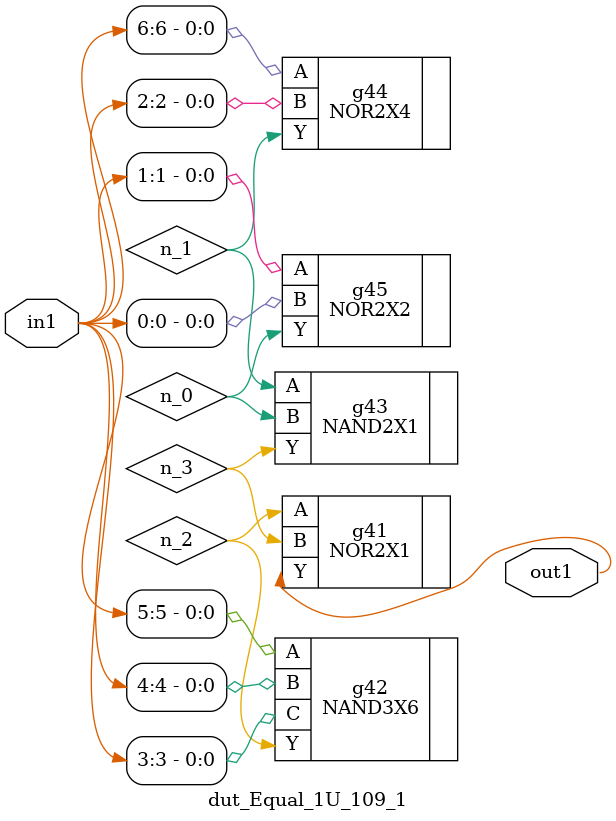
<source format=v>
`timescale 1ps / 1ps


module dut_Equal_1U_109_1(in1, out1);
  input [6:0] in1;
  output out1;
  wire [6:0] in1;
  wire out1;
  wire n_0, n_1, n_2, n_3;
  NOR2X1 g41(.A (n_2), .B (n_3), .Y (out1));
  NAND2X1 g43(.A (n_1), .B (n_0), .Y (n_3));
  NAND3X6 g42(.A (in1[5]), .B (in1[4]), .C (in1[3]), .Y (n_2));
  NOR2X4 g44(.A (in1[6]), .B (in1[2]), .Y (n_1));
  NOR2X2 g45(.A (in1[1]), .B (in1[0]), .Y (n_0));
endmodule



</source>
